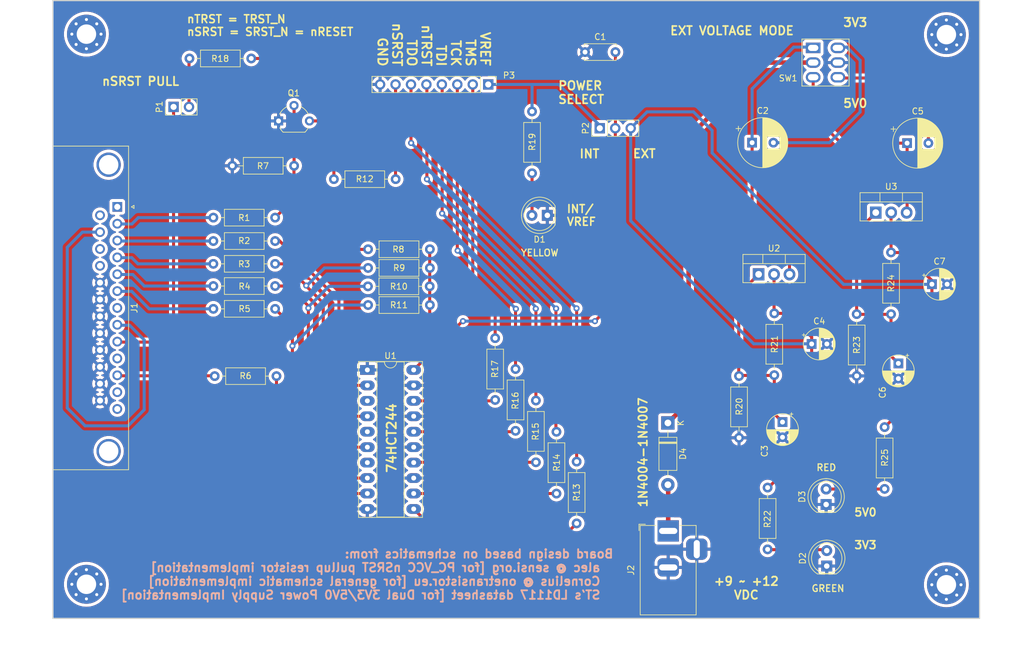
<source format=kicad_pcb>
(kicad_pcb (version 20221018) (generator pcbnew)
  (title_block (title "JTAG - Wiggler (Complete PCB Layout)") (date "2023-06-06") (rev "1.5") (company "Clarissa Walker"))
  (layers (0 "F.Cu" signal) (31 "B.Cu" signal) (34 "B.Paste" user) (35 "F.Paste" user) (36 "B.SilkS" user "B.Silkscreen") (37 "F.SilkS" user "F.Silkscreen") (38 "B.Mask" user) (39 "F.Mask" user) (44 "Edge.Cuts" user))
  (net 0 "")
  (net 1 "Protected_VCC")
  (net 2 "VCC")
  (net 3 "GND")
  (net 4 "D1")
  (net 5 "Net-(Q1-C)")
  (net 6 "Net-(U2-ADJ)")
  (net 7 "/PSU_In")
  (net 8 "Net-(U3-ADJ)")
  (net 9 "D2")
  (net 10 "C2_positive")
  (net 11 "TDO")
  (net 13 "nSRST")
  (net 14 "nTRST")
  (net 15 "Net-(U1-1Y0)")
  (net 16 "Net-(U1-1Y1)")
  (net 17 "Net-(U1-2A0)")
  (net 18 "Net-(U1-1Y2)")
  (net 19 "Net-(U1-1Y3)")
  (net 20 "BUSY")
  (net 21 "D5")
  (net 22 "D4")
  (net 23 "D3")
  (net 24 "C5_positive")
  (net 25 "C2_negative")
  (net 26 "C5_negative")
  (net 29 "TCK")
  (net 30 "TMS")
  (net 32 "TDI")
  (net 33 "PC_VCC")
  (net 34 "ERROR")
  (net 35 "/PWR_SELECT")
  (net 36 "Net-(D1-A)")
  (net 37 "Net-(D3-A)")
  (net 38 "Net-(D2-A)")
  (net 46 "VREF")
  (net 47 "Net-(P1-Pin_2)")
  (net 48 "Net-(Q1-B)")
  (net 49 "Net-(U1-1A0)")
  (net 50 "Net-(U1-1A1)")
  (net 51 "Net-(U1-1A2)")
  (net 52 "Net-(U1-1A3)")
  (net 53 "Net-(U1-2Y0)")
  (footprint "Resistor_THT:R_Axial_DIN0207_L6.3mm_D2.5mm_P10.16mm_Horizontal" (layer "F.Cu") (at 211.5 89.67 -90)
    (fp_text reference "R24")
    (fp_text value "R_Axial_DIN0207_L6.3mm_D2.5mm_P10.16mm_Horizontal")
  )
  (footprint "LED_THT:LED_D5.0mm" (layer "F.Cu") (at 200.825 131.125 90)
    (fp_text reference "D3")
    (fp_text value "LED_D5.0mm")
  )
  (footprint "Capacitor_THT:CP_Radial_D5.0mm_P2.50mm" (layer "F.Cu") (at 218.219888 94.9)
    (fp_text reference "C7")
    (fp_text value "CP_Radial_D5.0mm_P2.50mm")
  )
  (footprint "Capacitor_THT:C_Disc_D5.0mm_W2.5mm_P5.00mm" (layer "F.Cu") (at 161.175 56.725)
    (fp_text reference "C1")
    (fp_text value "C_Disc_D5.0mm_W2.5mm_P5.00mm")
  )
  (footprint "Resistor_THT:R_Axial_DIN0207_L6.3mm_D2.5mm_P10.16mm_Horizontal" (layer "F.Cu") (at 205.85 99.82 -90)
    (fp_text reference "R23")
    (fp_text value "R_Axial_DIN0207_L6.3mm_D2.5mm_P10.16mm_Horizontal")
  )
  (footprint "Package_TO_SOT_THT:TO-220-3_Vertical" (layer "F.Cu") (at 208.985 83.12)
    (fp_text reference "U3")
    (fp_text value "TO-220-3_Vertical")
  )
  (footprint "Resistor_THT:R_Axial_DIN0207_L6.3mm_D2.5mm_P10.16mm_Horizontal" (layer "F.Cu") (at 153.095 124.185 90)
    (fp_text reference "R15")
    (fp_text value "R_Axial_DIN0207_L6.3mm_D2.5mm_P10.16mm_Horizontal")
  )
  (footprint "Connector_PinHeader_2.54mm:PinHeader_1x03_P2.54mm_Vertical" (layer "F.Cu") (at 163.6 69.25 90)
    (fp_text reference "P2")
    (fp_text value "PinHeader_1x03_P2.54mm_Vertical")
  )
  (footprint "Resistor_THT:R_Axial_DIN0207_L6.3mm_D2.5mm_P10.16mm_Horizontal" (layer "F.Cu") (at 135.655 92.225 180)
    (fp_text reference "R9")
    (fp_text value "R_Axial_DIN0207_L6.3mm_D2.5mm_P10.16mm_Horizontal")
  )
  (footprint "Resistor_THT:R_Axial_DIN0207_L6.3mm_D2.5mm_P10.16mm_Horizontal" (layer "F.Cu") (at 186.5 109.995 -90)
    (fp_text reference "R20")
    (fp_text value "R_Axial_DIN0207_L6.3mm_D2.5mm_P10.16mm_Horizontal")
  )
  (footprint "Resistor_THT:R_Axial_DIN0207_L6.3mm_D2.5mm_P10.16mm_Horizontal" (layer "F.Cu") (at 146.395 113.935 90)
    (fp_text reference "R17")
    (fp_text value "R_Axial_DIN0207_L6.3mm_D2.5mm_P10.16mm_Horizontal")
  )
  (footprint "Resistor_THT:R_Axial_DIN0207_L6.3mm_D2.5mm_P10.16mm_Horizontal" (layer "F.Cu") (at 100.05 83.95)
    (fp_text reference "R1")
    (fp_text value "R_Axial_DIN0207_L6.3mm_D2.5mm_P10.16mm_Horizontal")
  )
  (footprint "Switches:SW_Generic" (layer "F.Cu") (at 198.185 55.91)
    (fp_text reference "SW1")
    (fp_text value "SW_Generic")
  )
  (footprint "Package_TO_SOT_THT:TO-220-3_Vertical" (layer "F.Cu") (at 189.72 93.275)
    (fp_text reference "U2")
    (fp_text value "TO-220-3_Vertical")
  )
  (footprint "Capacitor_THT:CP_Radial_D5.0mm_P2.50mm" (layer "F.Cu") (at 212.7 107.919888 -90)
    (fp_text reference "C6")
    (fp_text value "CP_Radial_D5.0mm_P2.50mm")
  )
  (footprint "Connector_PinHeader_2.54mm:PinHeader_1x02_P2.54mm_Vertical" (layer "F.Cu") (at 93.505 65.74 90)
    (fp_text reference "P1")
    (fp_text value "PinHeader_1x02_P2.54mm_Vertical")
  )
  (footprint "Resistor_THT:R_Axial_DIN0207_L6.3mm_D2.5mm_P10.16mm_Horizontal" (layer "F.Cu") (at 156.475 129.33 90)
    (fp_text reference "R14")
    (fp_text value "R_Axial_DIN0207_L6.3mm_D2.5mm_P10.16mm_Horizontal")
  )
  (footprint "Package_TO_SOT_THT:TO-92_Wide" (layer "F.Cu") (at 110.775 68.05)
    (fp_text reference "Q1")
    (fp_text value "TO-92_Wide")
  )
  (footprint "MountingHole:MountingHole_3.2mm_M3_Pad_Via" (layer "F.Cu") (at 220.6 144.325)
    (fp_text reference "X4" hide)
    (fp_text value "MountingHole_3.2mm_M3_Pad_Via")
  )
  (footprint "MountingHole:MountingHole_3.2mm_M3_Pad_Via" (layer "F.Cu") (at 79.175 53.775)
    (fp_text reference "X1" hide)
    (fp_text value "MountingHole_3.2mm_M3_Pad_Via")
  )
  (footprint "Capacitor_THT:CP_Radial_D8.0mm_P3.50mm" (layer "F.Cu") (at 188.65 71.625)
    (fp_text reference "C2")
    (fp_text value "CP_Radial_D8.0mm_P3.50mm")
  )
  (footprint "Resistor_THT:R_Axial_DIN0207_L6.3mm_D2.5mm_P10.16mm_Horizontal" (layer "F.Cu") (at 106.28 57.775 180)
    (fp_text reference "R18")
    (fp_text value "R_Axial_DIN0207_L6.3mm_D2.5mm_P10.16mm_Horizontal")
  )
  (footprint "Resistor_THT:R_Axial_DIN0207_L6.3mm_D2.5mm_P10.16mm_Horizontal" (layer "F.Cu") (at 135.655 89.15 180)
    (fp_text reference "R8")
    (fp_text value "R_Axial_DIN0207_L6.3mm_D2.5mm_P10.16mm_Horizontal")
  )
  (footprint "Resistor_THT:R_Axial_DIN0207_L6.3mm_D2.5mm_P10.16mm_Horizontal" (layer "F.Cu") (at 100.05 95.2)
    (fp_text reference "R4")
    (fp_text value "R_Axial_DIN0207_L6.3mm_D2.5mm_P10.16mm_Horizontal")
  )
  (footprint "Resistor_THT:R_Axial_DIN0207_L6.3mm_D2.5mm_P10.16mm_Horizontal" (layer "F.Cu") (at 149.745 119.01 90)
    (fp_text reference "R16")
    (fp_text value "R_Axial_DIN0207_L6.3mm_D2.5mm_P10.16mm_Horizontal")
  )
  (footprint "Resistor_THT:R_Axial_DIN0207_L6.3mm_D2.5mm_P10.16mm_Horizontal" (layer "F.Cu") (at 210.440056 118.4 -90)
    (fp_text reference "R25")
    (fp_text value "R_Axial_DIN0207_L6.3mm_D2.5mm_P10.16mm_Horizontal")
  )
  (footprint "Resistor_THT:R_Axial_DIN0207_L6.3mm_D2.5mm_P10.16mm_Horizontal" (layer "F.Cu") (at 192.3 99.695 -90)
    (fp_text reference "R21")
    (fp_text value "R_Axial_DIN0207_L6.3mm_D2.5mm_P10.16mm_Horizontal")
  )
  (footprint "MountingHole:MountingHole_3.2mm_M3_Pad_Via" (layer "F.Cu") (at 220.6 53.85)
    (fp_text reference "X2" hide)
    (fp_text value "MountingHole_3.2mm_M3_Pad_Via")
  )
  (footprint "Capacitor_THT:CP_Radial_D8.0mm_P3.50mm" (layer "F.Cu") (at 214.140056 71.7)
    (fp_text reference "C5")
    (fp_text value "CP_Radial_D8.0mm_P3.50mm")
  )
  (footprint "Resistor_THT:R_Axial_DIN0207_L6.3mm_D2.5mm_P10.16mm_Horizontal" (layer "F.Cu") (at 135.655 98.325 180)
    (fp_text reference "R11")
    (fp_text value "R_Axial_DIN0207_L6.3mm_D2.5mm_P10.16mm_Horizontal")
  )
  (footprint "Resistor_THT:R_Axial_DIN0207_L6.3mm_D2.5mm_P10.16mm_Horizontal" (layer "F.Cu") (at 100.05 91.55)
    (fp_text reference "R3")
    (fp_text value "R_Axial_DIN0207_L6.3mm_D2.5mm_P10.16mm_Horizontal")
  )
  (footprint "Resistor_THT:R_Axial_DIN0207_L6.3mm_D2.5mm_P10.16mm_Horizontal" (layer "F.Cu") (at 159.795 134.235 90)
    (fp_text reference "R13")
    (fp_text value "R_Axial_DIN0207_L6.3mm_D2.5mm_P10.16mm_Horizontal")
  )
  (footprint "Resistor_THT:R_Axial_DIN0207_L6.3mm_D2.5mm_P10.16mm_Horizontal" (layer "F.Cu") (at 135.63 95.25 180)
    (fp_text reference "R10")
    (fp_text value "R_Axial_DIN0207_L6.3mm_D2.5mm_P10.16mm_Horizontal")
  )
  (footprint "Resistor_THT:R_Axial_DIN0207_L6.3mm_D2.5mm_P10.16mm_Horizontal" (layer "F.Cu") (at 152.46 76.655 90)
    (fp_text reference "R19")
    (fp_text value "R_Axial_DIN0207_L6.3mm_D2.5mm_P10.16mm_Horizontal")
  )
  (footprint "Diode_THT:D_DO-41_SOD81_P10.16mm_Horizontal" (layer "F.Cu") (at 174.8 117.715 -90)
    (fp_text reference "D4")
    (fp_text value "D_DO-41_SOD81_P10.16mm_Horizontal")
  )
  (footprint "Resistor_THT:R_Axial_DIN0207_L6.3mm_D2.5mm_P10.16mm_Horizontal" (layer "F.Cu") (at 113.33 75.425 180)
    (fp_text reference "R7")
    (fp_text value "R_Axial_DIN0207_L6.3mm_D2.5mm_P10.16mm_Horizontal")
  )
  (footprint "Resistor_THT:R_Axial_DIN0207_L6.3mm_D2.5mm_P10.16mm_Horizontal" (layer "F.Cu") (at 100.05 87.8)
    (fp_text reference "R2")
    (fp_text value "R_Axial_DIN0207_L6.3mm_D2.5mm_P10.16mm_Horizontal")
  )
  (footprint "MountingHole:MountingHole_3.2mm_M3_Pad_Via" (layer "F.Cu") (at 79.175 144.25)
    (fp_text reference "X3" hide)
    (fp_text value "MountingHole_3.2mm_M3_Pad_Via")
  )
  (footprint "Capacitor_THT:CP_Radial_D5.0mm_P2.50mm" (layer "F.Cu") (at 193.65 117.569888 -90)
    (fp_text reference "C3")
    (fp_text value "CP_Radial_D5.0mm_P2.50mm")
  )
  (footprint "Capacitor_THT:CP_Radial_D5.0mm_P2.50mm" (layer "F.Cu") (at 198.444888 104.725)
    (fp_text reference "C4")
    (fp_text value "CP_Radial_D5.0mm_P2.50mm")
  )
  (footprint "Resistor_THT:R_Axial_DIN0207_L6.3mm_D2.5mm_P10.16mm_Horizontal" (layer "F.Cu") (at 191.197349 128.345 -90)
    (fp_text reference "R22")
    (fp_text value "R_Axial_DIN0207_L6.3mm_D2.5mm_P10.16mm_Horizontal")
  )
  (footprint "LED_THT:LED_D5.0mm" (layer "F.Cu") (at 154.975 83.575 180)
    (fp_text reference "D1")
    (fp_text value "LED_D5.0mm")
  )
  (footprint "Connector_PinHeader_2.54mm:PinHeader_1x08_P2.54mm_Vertical" (layer "F.Cu") (at 145.25 62.05 -90)
    (fp_text reference "P3")
    (fp_text value "PinHeader_1x08_P2.54mm_Vertical")
  )
  (footprint "Package_DIP:DIP-20_W7.62mm_Socket_LongPads" (layer "F.Cu") (at 125.375 109)
    (fp_text reference "U1")
    (fp_text value "DIP-20_W7.62mm_Socket_LongPads")
  )
  (footprint "Resistor_THT:R_Axial_DIN0207_L6.3mm_D2.5mm_P10.16mm_Horizontal" (layer "F.Cu") (at 100.05 98.95)
    (fp_text reference "R5")
    (fp_text value "R_Axial_DIN0207_L6.3mm_D2.5mm_P10.16mm_Horizontal")
  )
  (footprint "LED_THT:LED_D5.0mm" (layer "F.Cu") (at 200.922349 141.25 90)
    (fp_text reference "D2")
    (fp_text value "LED_D5.0mm")
  )
  (footprint "Connector_Dsub:DSUB-25_Male_Horizontal_P2.77x2.84mm_EdgePinOffset7.70mm_Housed_MountingHolesOffset9.12mm" (layer "F.Cu") (at 84.25 82.18 -90)
    (fp_text reference "J1")
    (fp_text value "DSUB-25_Male_Horizontal_P2.77x2.84mm_EdgePinOffset7.70mm_Housed_MountingHolesOffset9.12mm")
  )
  (footprint "Resistor_THT:R_Axial_DIN0207_L6.3mm_D2.5mm_P10.16mm_Horizontal" (layer "F.Cu") (at 100.27 110.015)
    (fp_text reference "R6")
    (fp_text value "R_Axial_DIN0207_L6.3mm_D2.5mm_P10.16mm_Horizontal")
  )
  (footprint "Connector_BarrelJack:BarrelJack_Horizontal" (layer "F.Cu") (at 174.85 135.475 90)
    (fp_text reference "J2")
    (fp_text value "BarrelJack_Horizontal")
  )
  (footprint "Resistor_THT:R_Axial_DIN0207_L6.3mm_D2.5mm_P10.16mm_Horizontal" (layer "F.Cu") (at 119.87 77.625)
    (fp_text reference "R12")
    (fp_text value "R_Axial_DIN0207_L6.3mm_D2.5mm_P10.16mm_Horizontal")
  )
  (gr_rect (start 73.66 48.26) (end 226.06 149.86) (stroke (width 0.2)) (fill none) (layer "Edge.Cuts"))
  (gr_text "Board design based on schematics from:\n  alec @ sensi.org [for PC_VCC nSRST pullup resistor implementation]\n  Cornelius @ onetransistor.eu [for general schematic implementation]\n  ST's LD1117 datasheet [for Dual 3V3/5V0 Power Supply Implementation]" (at 165.975 146.825) (layer "B.SilkS") (effects (font (size 1.4 1.4) (thickness 0.3) bold) (justify left bottom mirror)))
  (gr_text "POWER\nSELECT" (at 156.625 65.325) (layer "F.SilkS") (effects (font (size 1.4 1.4) (thickness 0.28) bold) (justify left bottom)))
  (gr_text "EXT VOLTAGE MODE" (at 175.025 54.025) (layer "F.SilkS") (effects (font (size 1.4 1.4) (thickness 0.28) bold) (justify left bottom)))
  (gr_text "RED" (at 199.125 125.7) (layer "F.SilkS") (effects (font (size 1.1 1.1) (thickness 0.2) bold) (justify left bottom)))
  (gr_text "5V0" (at 205.325 133.175) (layer "F.SilkS") (effects (font (size 1.3 1.3) (thickness 0.26) bold) (justify left bottom)))
  (gr_text "3V3" (at 203.5 52.675) (layer "F.SilkS") (effects (font (size 1.4 1.4) (thickness 0.28) bold) (justify left bottom)))
  (gr_text "YELLOW" (at 150.525 90.375) (layer "F.SilkS") (effects (font (size 1.1 1.1) (thickness 0.2) bold) (justify left bottom)))
  (gr_text "EXT" (at 168.9 74.25) (layer "F.SilkS") (effects (font (size 1.4 1.4) (thickness 0.28) bold) (justify left bottom)))
  (gr_text "+9 ~ +12\nVDC" (at 187.7 146.825) (layer "F.SilkS") (effects (font (size 1.4 1.4) (thickness 0.28) bold) (justify bottom)))
  (gr_text "5V0" (at 203.5 65.975) (layer "F.SilkS") (effects (font (size 1.4 1.4) (thickness 0.28) bold) (justify left bottom)))
  (gr_text "GREEN" (at 198.325 145.575) (layer "F.SilkS") (effects (font (size 1.1 1.1) (thickness 0.2) bold) (justify left bottom)))
  (gr_text "1N4004-1N4007" (at 171.525 131.725 90) (layer "F.SilkS") (effects (font (size 1.4 1.4) (thickness 0.28) bold) (justify left bottom)))
  (gr_text "74HCT244" (at 130.25 126.075 90) (layer "F.SilkS") (effects (font (size 1.5 1.5) (thickness 0.3) bold) (justify left bottom)))
  (gr_text "INT" (at 160.125 74.275) (layer "F.SilkS") (effects (font (size 1.4 1.4) (thickness 0.28) bold) (justify left bottom)))
  (gr_text "INT/\nVREF" (at 158.05 85.375) (layer "F.SilkS") (effects (font (size 1.3 1.3) (thickness 0.26) bold) (justify left bottom)))
  (gr_text "3V3" (at 205.325 138.55) (layer "F.SilkS") (effects (font (size 1.3 1.3) (thickness 0.26) bold) (justify left bottom)))
  (gr_text "VREF\nTMS\nTCK\nTDI\nnTRST\nTDO\nnSRST\nGND" (at 126.975 59.25 270) (layer "F.SilkS") (effects (font (size 1.5 1.55) (thickness 0.3) bold) (justify right bottom)))
  (gr_text "nTRST = TRST_N\nnSRST = SRST_N = nRESET" (at 95.575 54.15) (layer "F.SilkS") (effects (font (size 1.3 1.3) (thickness 0.26) bold) (justify left bottom)))
  (gr_text "nSRST PULL" (at 81.6 62.35) (layer "F.SilkS") (effects (font (size 1.4 1.4) (thickness 0.28) bold) (justify left bottom)))
  (segment (start 174.8 117.7) (end 174.8 117.715) (width 0.5) (layer "F.Cu") (net 1))
  (segment (start 178.2125 70.7375) (end 190.475 58.475) (width 0.75) (layer "F.Cu") (net 1))
  (segment (start 178.2125 114.2875) (end 178.2125 70.7375) (width 0.75) (layer "F.Cu") (net 1))
  (segment (start 198.185 58.45) (end 190.5 58.45) (width 0.75) (layer "F.Cu") (net 1))
  (segment (start 190.5 58.45) (end 190.475 58.475) (width 0.25) (layer "F.Cu") (net 1))
  (segment (start 174.8 117.7) (end 178.2125 114.2875) (width 0.75) (layer "F.Cu") (net 1))
  (segment (start 174.85 127.925) (end 174.8 127.875) (width 0.5) (layer "F.Cu") (net 2))
  (segment (start 174.85 135.475) (end 174.85 127.925) (width 0.75) (layer "F.Cu") (net 2))
  (segment (start 84.425 84.995) (end 86.655 84.995) (width 0.5) (layer "B.Cu") (net 4))
  (segment (start 86.655 84.995) (end 87.7 83.95) (width 0.5) (layer "B.Cu") (net 4))
  (segment (start 87.7 83.95) (end 100.05 83.95) (width 0.5) (layer "B.Cu") (net 4))
  (segment (start 119.87 69.395) (end 119.825 69.35) (width 0.5) (layer "F.Cu") (net 5))
  (segment (start 119.87 77.625) (end 119.87 69.395) (width 0.5) (layer "F.Cu") (net 5))
  (segment (start 119.825 69.35) (end 118.52 68.045) (width 0.5) (layer "F.Cu") (net 5))
  (segment (start 118.52 68.045) (end 115.84 68.045) (width 0.5) (layer "F.Cu") (net 5))
  (segment (start 192.575 109.905) (end 186.59 109.905) (width 0.5) (layer "F.Cu") (net 6))
  (segment (start 186.59 109.905) (end 186.45 110.045) (width 0.5) (layer "F.Cu") (net 6))
  (segment (start 193.65 117.569888) (end 192.330112 116.25) (width 0.5) (layer "F.Cu") (net 6))
  (segment (start 192.3 109.855) (end 192.3 116.225) (width 0.5) (layer "F.Cu") (net 6))
  (segment (start 192.435 110.045) (end 192.575 109.905) (width 0.5) (layer "F.Cu") (net 6))
  (segment (start 192.3 116.225) (end 192.325 116.25) (width 0.5) (layer "F.Cu") (net 6))
  (segment (start 186.45 110.045) (end 186.45 96.545) (width 0.5) (layer "F.Cu") (net 6))
  (segment (start 186.45 96.545) (end 189.72 93.275) (width 0.5) (layer "F.Cu") (net 6))
  (segment (start 192.330112 116.25) (end 192.325 116.25) (width 0.5) (layer "F.Cu") (net 6))
  (segment (start 211.5 83.17) (end 211.5 89.68) (width 0.5) (layer "F.Cu") (net 7))
  (segment (start 218.219888 94.289888) (end 213.625 89.695) (width 0.5) (layer "F.Cu") (net 7))
  (segment (start 218.219888 94.9) (end 218.219888 94.289888) (width 0.5) (layer "F.Cu") (net 7))
  (segment (start 192.26 93.275) (end 192.26 99.655) (width 0.5) (layer "F.Cu") (net 7))
  (segment (start 192.26 99.655) (end 192.3 99.695) (width 0.5) (layer "F.Cu") (net 7))
  (segment (start 218.219888 94.9) (end 218.219888 110.640168) (width 0.5) (layer "F.Cu") (net 7))
  (segment (start 191.23 128.445) (end 198 121.675) (width 0.5) (layer "F.Cu") (net 7))
  (segment (start 192.3 99.695) (end 194.55 99.695) (width 0.5) (layer "F.Cu") (net 7))
  (segment (start 211.500056 89.685) (end 211.490056 89.695) (width 0.5) (layer "F.Cu") (net 7))
  (segment (start 198.444888 104.725) (end 198.444888 121.230112) (width 0.5) (layer "F.Cu") (net 7))
  (segment (start 198.444888 121.230112) (end 198 121.675) (width 0.5) (layer "F.Cu") (net 7))
  (segment (start 218.219888 110.640168) (end 218.142528 110.717528) (width 0.5) (layer "F.Cu") (net 7))
  (segment (start 198.444888 104.725) (end 198.444888 103.589888) (width 0.5) (layer "F.Cu") (net 7))
  (segment (start 211.490056 89.695) (end 213.625 89.695) (width 0.5) (layer "F.Cu") (net 7))
  (segment (start 218.142528 110.717528) (end 210.440056 118.42) (width 0.5) (layer "F.Cu") (net 7))
  (segment (start 198.444888 103.589888) (end 194.55 99.695) (width 0.5) (layer "F.Cu") (net 7))
  (segment (start 179.005 66.555) (end 182.075 69.625) (width 0.5) (layer "B.Cu") (net 7))
  (segment (start 171.375 66.555) (end 179.005 66.555) (width 0.5) (layer "B.Cu") (net 7))
  (segment (start 168.68 84.48) (end 168.68 69.25) (width 0.5) (layer "B.Cu") (net 7))
  (segment (start 188.9 104.7) (end 168.68 84.48) (width 0.5) (layer "B.Cu") (net 7))
  (segment (start 168.68 69.25) (end 171.375 66.555) (width 0.5) (layer "B.Cu") (net 7))
  (segment (start 203.69 94.925) (end 182.075 73.31) (width 0.5) (layer "B.Cu") (net 7))
  (segment (start 198.47254 104.7) (end 188.9 104.7) (width 0.5) (layer "B.Cu") (net 7))
  (segment (start 182.075 73.31) (end 182.075 69.625) (width 0.5) (layer "B.Cu") (net 7))
  (segment (start 218.719888 94.925) (end 203.69 94.925) (width 0.5) (layer "B.Cu") (net 7))
  (segment (start 205.850056 99.855) (end 205.840056 99.845) (width 0.5) (layer "F.Cu") (net 8))
  (segment (start 205.840056 86.295) (end 208.960056 83.175) (width 0.5) (layer "F.Cu") (net 8))
  (segment (start 211.720056 99.925) (end 211.790056 99.855) (width 0.5) (layer "F.Cu") (net 8))
  (segment (start 211.490056 99.855) (end 211.490056 106.709944) (width 0.5) (layer "F.Cu") (net 8))
  (segment (start 205.840056 99.845) (end 205.840056 86.295) (width 0.5) (layer "F.Cu") (net 8))
  (segment (start 211.790056 99.855) (end 205.850056 99.855) (width 0.5) (layer "F.Cu") (net 8))
  (segment (start 211.490056 106.709944) (end 212.7 107.919888) (width 0.5) (layer "F.Cu") (net 8))
  (segment (start 84.315 87.8) (end 100.05 87.8) (width 0.5) (layer "B.Cu") (net 9))
  (segment (start 194.8 88.6) (end 188.65 82.45) (width 0.5) (layer "F.Cu") (net 10))
  (segment (start 194.8 93.275) (end 194.8 88.6) (width 0.5) (layer "F.Cu") (net 10))
  (segment (start 188.65 82.45) (end 188.65 71.625) (width 0.5) (layer "F.Cu") (net 10))
  (segment (start 188.65 62.75) (end 195.49 55.91) (width 0.5) (layer "B.Cu") (net 10))
  (segment (start 188.65 71.625) (end 188.65 62.75) (width 0.5) (layer "B.Cu") (net 10))
  (segment (start 195.49 55.91) (end 198.693 55.91) (width 0.5) (layer "B.Cu") (net 10))
  (segment (start 159.775 98.875) (end 159.795 98.895) (width 0.5) (layer "F.Cu") (net 11))
  (segment (start 132.55 71.65) (end 132.55 62.05) (width 0.5) (layer "F.Cu") (net 11))
  (segment (start 132.575 71.675) (end 132.55 71.65) (width 0.5) (layer "F.Cu") (net 11))
  (segment (start 159.795 98.895) (end 159.795 124.075) (width 0.5) (layer "F.Cu") (net 11))
  (via (at 132.575 71.675) (size 1) (drill 0.5) (layers "F.Cu" "B.Cu") (net 11))
  (via (at 159.775 98.875) (size 1) (drill 0.5) (layers "F.Cu" "B.Cu") (net 11))
  (segment (start 132.575 71.675) (end 159.775 98.875) (width 0.5) (layer "B.Cu") (net 11))
  (segment (start 115.35 57.775) (end 125.575 68) (width 0.5) (layer "F.Cu") (net 13))
  (segment (start 106.255 57.775) (end 115.35 57.775) (width 0.5) (layer "F.Cu") (net 13))
  (segment (start 130.01 62.05) (end 130.01 77.605) (width 0.5) (layer "F.Cu") (net 13))
  (segment (start 130.01 77.605) (end 130.03 77.625) (width 0.5) (layer "F.Cu") (net 13))
  (segment (start 130.01 62.05) (end 130.01 68) (width 0.5) (layer "F.Cu") (net 13))
  (segment (start 125.575 68) (end 130.01 68) (width 0.5) (layer "F.Cu") (net 13))
  (segment (start 156.385 119.665) (end 156.385 98.93) (width 0.5) (layer "F.Cu") (net 14))
  (segment (start 135.165 62.125) (end 135.165 77.615) (width 0.5) (layer "F.Cu") (net 14))
  (via (at 135.175 77.625) (size 1) (drill 0.5) (layers "F.Cu" "B.Cu") (net 14))
  (via (at 156.415 98.9) (size 1) (drill 0.5) (layers "F.Cu" "B.Cu") (net 14))
  (segment (start 135.015 77.515) (end 156.475 98.975) (width 0.5) (layer "B.Cu") (net 14))
  (segment (start 146.25 114.08) (end 146.395 113.935) (width 0.5) (layer "F.Cu") (net 15))
  (segment (start 132.995 114.08) (end 146.25 114.08) (width 0.5) (layer "F.Cu") (net 15))
  (segment (start 149.595 119.16) (end 149.745 119.01) (width 0.5) (layer "F.Cu") (net 16))
  (segment (start 132.995 119.16) (end 149.595 119.16) (width 0.5) (layer "F.Cu") (net 16))
  (segment (start 137.2825 136.1425) (end 157.8875 136.1425) (width 0.5) (layer "F.Cu") (net 17))
  (segment (start 157.8875 136.1425) (end 159.795 134.235) (width 0.5) (layer "F.Cu") (net 17))
  (segment (start 133 131.86) (end 137.2825 136.1425) (width 0.5) (layer "F.Cu") (net 17))
  (segment (start 133.05 124.185) (end 132.995 124.24) (width 0.5) (layer "F.Cu") (net 18))
  (segment (start 153.095 124.185) (end 133.05 124.185) (width 0.5) (layer "F.Cu") (net 18))
  (segment (start 156.465 129.32) (end 156.475 129.33) (width 0.5) (layer "F.Cu") (net 19))
  (segment (start 132.995 129.32) (end 156.465 129.32) (width 0.5) (layer "F.Cu") (net 19))
  (segment (start 100.215 109.96) (end 100.27 110.015) (width 0.5) (layer "F.Cu") (net 20))
  (segment (start 84.315 109.96) (end 100.215 109.96) (width 0.5) (layer "F.Cu") (net 20))
  (segment (start 86.62 96.075) (end 89.495 98.95) (width 0.5) (layer "B.Cu") (net 21))
  (segment (start 89.495 98.95) (end 100.05 98.95) (width 0.5) (layer "B.Cu") (net 21))
  (segment (start 84.425 96.075) (end 86.62 96.075) (width 0.5) (layer "B.Cu") (net 21))
  (segment (start 84.425 93.305) (end 86.8 93.305) (width 0.5) (layer "B.Cu") (net 22))
  (segment (start 88.695 95.2) (end 100.05 95.2) (width 0.5) (layer "B.Cu") (net 22))
  (segment (start 86.8 93.305) (end 88.695 95.2) (width 0.5) (layer "B.Cu") (net 22))
  (segment (start 87.645 91.55) (end 100.05 91.55) (width 0.5) (layer "B.Cu") (net 23))
  (segment (start 86.63 90.535) (end 87.645 91.55) (width 0.5) (layer "B.Cu") (net 23))
  (segment (start 84.425 90.535) (end 86.63 90.535) (width 0.5) (layer "B.Cu") (net 23))
  (segment (start 214.140056 83.044944) (end 214.065 83.12) (width 0.5) (layer "F.Cu") (net 24))
  (segment (start 198.693 60.99) (end 198.693 67.118) (width 0.5) (layer "F.Cu") (net 24))
  (segment (start 214.140056 83.075) (end 214.040056 83.175) (width 0.5) (layer "F.Cu") (net 24))
  (segment (start 214.140056 71.7) (end 214.140056 83.044944) (width 0.5) (layer "F.Cu") (net 24))
  (segment (start 203.275 71.7) (end 214.140056 71.7) (width 0.5) (layer "F.Cu") (net 24))
  (segment (start 198.693 67.118) (end 203.275 71.7) (width 0.5) (layer "F.Cu") (net 24))
  (segment (start 201.374999 71.625) (end 192.15 71.625) (width 0.5) (layer "B.Cu") (net 25))
  (segment (start 202.757 55.91) (end 204.217293 55.91) (width 0.5) (layer "B.Cu") (net 25))
  (segment (start 204.217293 55.91) (end 204.226146 55.901147) (width 0.25) (layer "B.Cu") (net 25))
  (segment (start 206.416147 58.091148) (end 206.416147 66.583852) (width 0.5) (layer "B.Cu") (net 25))
  (segment (start 204.226146 55.901147) (end 206.416147 58.091148) (width 0.5) (layer "B.Cu") (net 25))
  (segment (start 206.416147 66.583852) (end 201.374999 71.625) (width 0.5) (layer "B.Cu") (net 25))
  (segment (start 215.93 60.99) (end 202.757 60.99) (width 0.5) (layer "F.Cu") (net 26))
  (segment (start 217.640056 71.7) (end 217.640056 62.700056) (width 0.5) (layer "F.Cu") (net 26))
  (segment (start 217.640056 62.700056) (end 215.93 60.99) (width 0.5) (layer "F.Cu") (net 26))
  (segment (start 140.225 89.375) (end 140.17 89.32) (width 0.5) (layer "F.Cu") (net 29))
  (segment (start 140.17 89.32) (end 140.17 62.05) (width 0.5) (layer "F.Cu") (net 29))
  (segment (start 149.8 98.95) (end 149.745 99.005) (width 0.5) (layer "F.Cu") (net 29))
  (segment (start 149.745 99.005) (end 149.745 108.85) (width 0.5) (layer "F.Cu") (net 29))
  (via (at 149.8 98.95) (size 1) (drill 0.5) (layers "F.Cu" "B.Cu") (net 29))
  (via (at 140.225 89.375) (size 1) (drill 0.5) (layers "F.Cu" "B.Cu") (net 29))
  (segment (start 140.225 89.375) (end 149.8 98.95) (width 0.5) (layer "B.Cu") (net 29))
  (segment (start 146.395 99.32) (end 142.71 95.635) (width 0.5) (layer "F.Cu") (net 30))
  (segment (start 146.395 103.775) (end 146.395 99.32) (width 0.5) (layer "F.Cu") (net 30))
  (segment (start 142.71 95.635) (end 142.71 62.05) (width 0.5) (layer "F.Cu") (net 30))
  (segment (start 153.095 114.025) (end 153.095 98.945) (width 0.5) (layer "F.Cu") (net 32))
  (segment (start 153.095 98.945) (end 153.075 98.925) (width 0.5) (layer "F.Cu") (net 32))
  (segment (start 137.67794 62.083526) (end 137.67794 83.253526) (width 0.5) (layer "F.Cu") (net 32))
  (via (at 153.075 98.925) (size 1) (drill 0.5) (layers "F.Cu" "B.Cu") (net 32))
  (via (at 137.67294 83.258526) (size 1) (drill 0.5) (layers "F.Cu" "B.Cu") (net 32))
  (segment (start 137.67294 83.258526) (end 153.12294 98.708526) (width 0.5) (layer "B.Cu") (net 32))
  (segment (start 93.51 100.58) (end 89.67 104.42) (width 0.5) (layer "F.Cu") (net 33))
  (segment (start 89.67 104.42) (end 84.315 104.42) (width 0.5) (layer "F.Cu") (net 33))
  (segment (start 93.505 100.27) (end 93.505 65.74) (width 0.5) (layer "F.Cu") (net 33))
  (segment (start 93.51 100.275) (end 93.505 100.27) (width 0.5) (layer "F.Cu") (net 33))
  (segment (start 76.025 115.2545) (end 78.9567 118.1862) (width 0.5) (layer "B.Cu") (net 34))
  (segment (start 88.675 104.055) (end 86.27 101.65) (width 0.5) (layer "B.Cu") (net 34))
  (segment (start 88.675 115.5529) (end 88.675 104.055) (width 0.5) (layer "B.Cu") (net 34))
  (segment (start 86.27 101.65) (end 84.315 101.65) (width 0.5) (layer "B.Cu") (net 34))
  (segment (start 86.0417 118.1862) (end 88.675 115.5529) (width 0.5) (layer "B.Cu") (net 34))
  (segment (start 76.025 88.825) (end 76.025 115.2545) (width 0.5) (layer "B.Cu") (net 34))
  (segment (start 78.435 86.415) (end 76.025 88.825) (width 0.5) (layer "B.Cu") (net 34))
  (segment (start 81.41 86.335) (end 78.515 86.335) (width 0.5) (layer "B.Cu") (net 34))
  (segment (start 78.9567 118.1862) (end 86.0417 118.1862) (width 0.5) (layer "B.Cu") (net 34))
  (segment (start 135.63 98.325) (end 135.63 102.355) (width 0.5) (layer "F.Cu") (net 35))
  (segment (start 166.155056 69.25) (end 166.155056 97.425) (width 0.5) (layer "F.Cu") (net 35))
  (segment (start 137.635 104.36) (end 141.02 100.975) (width 0.5) (layer "F.Cu") (net 35))
  (segment (start 135.63 102.355) (end 137.635 104.36) (width 0.5) (layer "F.Cu") (net 35))
  (segment (start 166.175 56.725) (end 166.175 69.215) (width 0.5) (layer "F.Cu") (net 35))
  (segment (start 166.175 69.215) (end 166.14 69.25) (width 0.5) (layer "F.Cu") (net 35))
  (segment (start 141.02 100.975) (end 141.1 100.975) (width 0.5) (layer "F.Cu") (net 35))
  (segment (start 166.155056 97.619944) (end 162.8 100.975) (width 0.5) (layer "F.Cu") (net 35))
  (segment (start 166.155056 97.425) (end 166.155056 97.619944) (width 0.5) (layer "F.Cu") (net 35))
  (segment (start 135.63 89.175) (end 135.63 98.325) (width 0.5) (layer "F.Cu") (net 35))
  (segment (start 132.995 109) (end 137.635 104.36) (width 0.5) (layer "F.Cu") (net 35))
  (via (at 141.1 100.975) (size 1) (drill 0.5) (layers "F.Cu" "B.Cu") (net 35))
  (via (at 162.8 100.975) (size 1) (drill 0.5) (layers "F.Cu" "B.Cu") (net 35))
  (segment (start 141.1 100.975) (end 162.8 100.975) (width 0.5) (layer "B.Cu") (net 35))
  (segment (start 152.46 76.655) (end 152.46 83.55) (width 0.5) (layer "F.Cu") (net 36))
  (segment (start 152.46 83.55) (end 152.435 83.575) (width 0.5) (layer "F.Cu") (net 36))
  (segment (start 200.825 128.585) (end 210.435056 128.585) (width 0.5) (layer "F.Cu") (net 37))
  (segment (start 210.435056 128.585) (end 210.440056 128.58) (width 0.5) (layer "F.Cu") (net 37))
  (segment (start 191.197349 138.555) (end 200.767349 138.555) (width 0.5) (layer "F.Cu") (net 38))
  (segment (start 200.767349 138.555) (end 200.922349 138.71) (width 0.5) (layer "F.Cu") (net 38))
  (segment (start 156.85 62.05) (end 152.375 62.05) (width 0.5) (layer "B.Cu") (net 46))
  (segment (start 145.25 62.05) (end 152.375 62.05) (width 0.5) (layer "B.Cu") (net 46))
  (segment (start 152.46 66.495) (end 152.46 62.05) (width 0.5) (layer "B.Cu") (net 46))
  (segment (start 163.615056 68.815056) (end 156.85 62.05) (width 0.5) (layer "B.Cu") (net 46))
  (segment (start 96.045 57.85) (end 96.12 57.775) (width 0.25) (layer "F.Cu") (net 47))
  (segment (start 96.045 65.74) (end 96.045 57.85) (width 0.5) (layer "F.Cu") (net 47))
  (segment (start 113.305 80.855) (end 110.21 83.95) (width 0.5) (layer "F.Cu") (net 48))
  (segment (start 113.325 65.575) (end 113.325 75.505) (width 0.5) (layer "F.Cu") (net 48))
  (segment (start 113.305 75.45) (end 113.305 80.8) (width 0.5) (layer "F.Cu") (net 48))
  (segment (start 113.305 80.8) (end 113.305 80.855) (width 0.5) (layer "F.Cu") (net 48))
  (segment (start 120.7 97.54) (end 113.3425 90.1825) (width 0.5) (layer "F.Cu") (net 49))
  (segment (start 125.47 89.175) (end 115.85 89.175) (width 0.5) (layer "F.Cu") (net 49))
  (segment (start 110.725 87.565) (end 111.5925 88.4325) (width 0.5) (layer "F.Cu") (net 49))
  (segment (start 111.5925 88.4325) (end 113.3425 90.1825) (width 0.5) (layer "F.Cu") (net 49))
  (segment (start 121.815 111.54) (end 120.7 110.425) (width 0.5) (layer "F.Cu") (net 49))
  (segment (start 120.7 110.425) (end 120.7 97.54) (width 0.5) (layer "F.Cu") (net 49))
  (segment (start 113.3425 90.1825) (end 114.0925 90.9325) (width 0.5) (layer "F.Cu") (net 49))
  (segment (start 125.375 111.54) (end 121.815 111.54) (width 0.5) (layer "F.Cu") (net 49))
  (segment (start 115.85 89.175) (end 114.0925 90.9325) (width 0.5) (layer "F.Cu") (net 49))
  (segment (start 111.75 91.55) (end 110.21 91.55) (width 0.5) (layer "F.Cu") (net 50))
  (segment (start 115.3325 95.2175) (end 118.125 98.01) (width 0.5) (layer "F.Cu") (net 50))
  (segment (start 120.045 116.62) (end 118.125 114.7) (width 0.5) (layer "F.Cu") (net 50))
  (segment (start 115.325 95.125) (end 111.75 91.55) (width 0.5) (layer "F.Cu") (net 50))
  (segment (start 118.125 98.01) (end 118.125 114.7) (width 0.5) (layer "F.Cu") (net 50))
  (segment (start 120.255 116.62) (end 125.375 116.62) (width 0.5) (layer "F.Cu") (net 50))
  (via (at 115.325 95.125) (size 1) (drill 0.5) (layers "F.Cu" "B.Cu") (net 50))
  (segment (start 115.425 95.125) (end 115.325 95.125) (width 0.5) (layer "B.Cu") (net 50))
  (segment (start 125.47 92.225) (end 118.325 92.225) (width 0.5) (layer "B.Cu") (net 50))
  (segment (start 118.325 92.225) (end 115.425 95.125) (width 0.5) (layer "B.Cu") (net 50))
  (segment (start 115.835 98.725) (end 115.85 98.725) (width 0.5) (layer "F.Cu") (net 51))
  (segment (start 115.675 117.325) (end 115.675 98.825) (width 0.5) (layer "F.Cu") (net 51))
  (segment (start 112.4 95.2) (end 110.21 95.2) (width 0.5) (layer "F.Cu") (net 51))
  (segment (start 120.05 121.7) (end 115.675 117.325) (width 0.5) (layer "F.Cu") (net 51))
  (segment (start 115.83 98.57) (end 115.82 98.57) (width 0.5) (layer "F.Cu") (net 51))
  (segment (start 115.675 98.475) (end 112.4 95.2) (width 0.5) (layer "F.Cu") (net 51))
  (segment (start 115.675 98.825) (end 115.675 98.475) (width 0.5) (layer "F.Cu") (net 51))
  (segment (start 120.25 121.7) (end 125.375 121.7) (width 0.5) (layer "F.Cu") (net 51))
  (segment (start 115.675 98.825) (end 115.85 98.65) (width 0.5) (layer "F.Cu") (net 51))
  (via (at 115.675 98.825) (size 1) (drill 0.5) (layers "F.Cu" "B.Cu") (net 51))
  (segment (start 119.05 95.25) (end 125.47 95.25) (width 0.5) (layer "B.Cu") (net 51))
  (segment (start 118.3 96) (end 115.775 98.525) (width 0.5) (layer "B.Cu") (net 51))
  (segment (start 118.3 96) (end 119.05 95.25) (width 0.5) (layer "B.Cu") (net 51))
  (segment (start 113.05 105.05) (end 113.05 119.65) (width 0.5) (layer "F.Cu") (net 52))
  (segment (start 113.05 119.65) (end 120.18 126.78) (width 0.5) (layer "F.Cu") (net 52))
  (segment (start 120.18 126.78) (end 125.375 126.78) (width 0.5) (layer "F.Cu") (net 52))
  (segment (start 113.05 101.79) (end 113.05 105.05) (width 0.5) (layer "F.Cu") (net 52))
  (segment (start 110.21 98.95) (end 113.05 101.79) (width 0.5) (layer "F.Cu") (net 52))
  (via (at 113.05 105.05) (size 1) (drill 0.5) (layers "F.Cu" "B.Cu") (net 52))
  (segment (start 119.775 98.325) (end 113.05 105.05) (width 0.5) (layer "B.Cu") (net 52))
  (segment (start 125.495 98.325) (end 119.775 98.325) (width 0.5) (layer "B.Cu") (net 52))
  (segment (start 119.445 129.32) (end 110.43 120.305) (width 0.5) (layer "F.Cu") (net 53))
  (segment (start 110.43 120.305) (end 110.43 110.015) (width 0.5) (layer "F.Cu") (net 53))
  (segment (start 125.375 129.32) (end 119.445 129.32) (width 0.5) (layer "F.Cu") (net 53))
  (zone (net 3) (net_name "GND") (layers "F&B.Cu") (connect_pads (clearance 0.5)) (min_thickness 0.25) (fill yes (thermal_gap 0.5) (thermal_bridge_width 0.5))
    (polygon (pts (xy 73.66 48.26) (xy 226.06 48.26) (xy 226.06 149.86) (xy 73.66 149.86)))
  )
)
</source>
